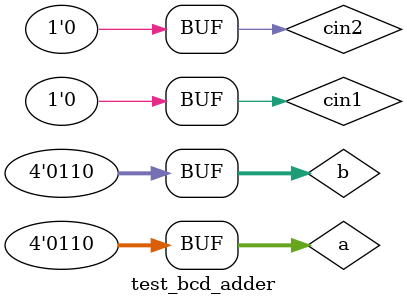
<source format=v>

module Four_bit_Adder(s,cout,a,b,cin);

output [3:0]s;
wire c0,c1,c2;
output cout;
input [3:0]a,b;
input cin;

Full_Adder fadd0(s[0],c0,a[0],b[0],cin);
Full_Adder fadd1(s[1],c1,a[1],b[1],c0);
Full_Adder fadd2(s[2],c2,a[2],b[2],c1);
Full_Adder fadd3(s[3],cout,a[3],b[3],c2);


endmodule


module Full_Adder(s,ct,A,B,C);
output s,ct;
input A,B,C;
wire w1,w2,w3;

xor(w1,A,B);
xor(s,w1,C);

and(w2,A,B);
and(w3,C,w1);
or(ct,w3,w2);

endmodule

module bcd_adder(s,cout,a,b,cin1,cin2);

input [3:0]a,b;
input cin1,cin2;
output [3:0]s;
output cout;
wire [3:0]ts,tb;
wire w1,w2,w3,tout,trush;
Four_bit_Adder adder1(ts,tout,a,b,cin1);
and(w1,ts[2],ts[3]);
and(w2,ts[1],ts[3]);
or(w3,w1,w2);
or(cout,tout,w3);
or(tb[0],0,0);
or(tb[1],0,cout);
or(tb[2],0,cout);
or(tb[3],0,0);

Four_bit_Adder adder2(s,trush,ts,tb,cin2);

endmodule

module test_bcd_adder;

reg[3:0]a,b;
reg cin1,cin2;
wire[3:0]s;
wire cout;


bcd_adder add1(s,cout,a,b,cin1,cin2);

initial
begin
cin1= 1'b0;
cin2 = 1'b0;
 #0 a = 4'd4;b = 4'd4;

#100 a = 4'd3;b = 4'd4;
#100 a = 4'd6;b = 4'd4;
#100 a = 4'd9;b = 4'd4;
#100 a = 4'd10;b = 4'd1;
#100 a = 4'd6;b = 4'd6;
end
endmodule

</source>
